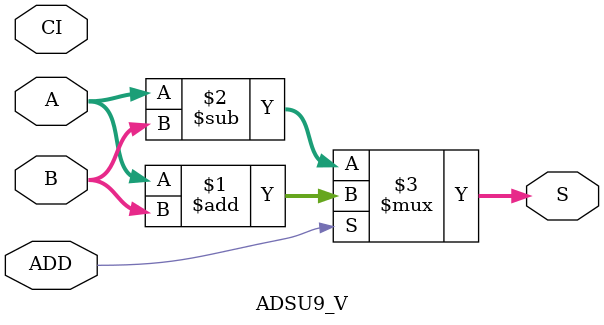
<source format=v>
`timescale 1ns / 1ps
module ADSU9_V(
    input [8:0] A,
    input [8:0] B,
    input CI,
    input ADD,
    output [8:0] S
    );
assign S = (ADD)? A + B:A - B;

endmodule

</source>
